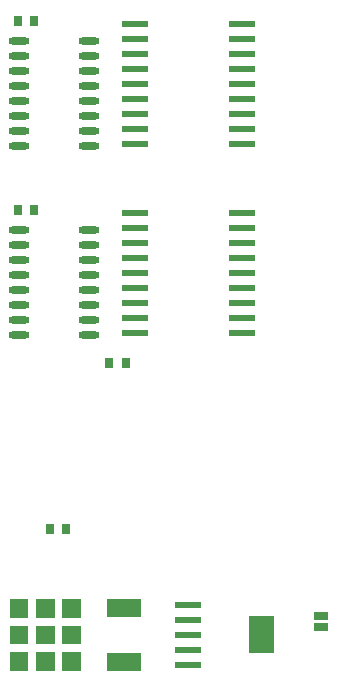
<source format=gbp>
G04*
G04 #@! TF.GenerationSoftware,Altium Limited,Altium Designer,20.0.2 (26)*
G04*
G04 Layer_Color=128*
%FSLAX25Y25*%
%MOIN*%
G70*
G01*
G75*
%ADD18O,0.07079X0.02362*%
%ADD20R,0.03150X0.03543*%
%ADD22R,0.03150X0.03543*%
%ADD68R,0.11811X0.06299*%
%ADD69R,0.08500X0.02400*%
%ADD70R,0.02400X0.08500*%
%ADD71R,0.05000X0.02500*%
%ADD72R,0.09100X0.02400*%
G36*
X81090Y70569D02*
X74869D01*
Y76790D01*
X81090D01*
Y70569D01*
D02*
G37*
G36*
X72310D02*
X66090D01*
Y76790D01*
X72310D01*
Y70569D01*
D02*
G37*
G36*
X63531D02*
X57310D01*
Y76790D01*
X63531D01*
Y70569D01*
D02*
G37*
G36*
X81090Y61790D02*
X74869D01*
Y68010D01*
X81090D01*
Y61790D01*
D02*
G37*
G36*
X72310D02*
X66090D01*
Y68010D01*
X72310D01*
Y61790D01*
D02*
G37*
G36*
X63531D02*
X57310D01*
Y68010D01*
X63531D01*
Y61790D01*
D02*
G37*
G36*
X145419Y58828D02*
X136919D01*
Y71228D01*
X145419D01*
Y58828D01*
D02*
G37*
G36*
X81090Y53010D02*
X74869D01*
Y59231D01*
X81090D01*
Y53010D01*
D02*
G37*
G36*
X72310D02*
X66090D01*
Y59231D01*
X72310D01*
Y53010D01*
D02*
G37*
G36*
X63531D02*
X57310D01*
Y59231D01*
X63531D01*
Y53010D01*
D02*
G37*
D18*
X60300Y165000D02*
D03*
Y170000D02*
D03*
Y175000D02*
D03*
Y180000D02*
D03*
Y185000D02*
D03*
Y190000D02*
D03*
Y195000D02*
D03*
Y200000D02*
D03*
X83700Y165000D02*
D03*
Y170000D02*
D03*
Y175000D02*
D03*
Y180000D02*
D03*
Y185000D02*
D03*
Y190000D02*
D03*
Y195000D02*
D03*
Y200000D02*
D03*
X60300Y228000D02*
D03*
Y233000D02*
D03*
Y238000D02*
D03*
Y243000D02*
D03*
Y248000D02*
D03*
Y253000D02*
D03*
Y258000D02*
D03*
Y263000D02*
D03*
X83700Y228000D02*
D03*
Y233000D02*
D03*
Y238000D02*
D03*
Y243000D02*
D03*
Y248000D02*
D03*
Y253000D02*
D03*
Y258000D02*
D03*
Y263000D02*
D03*
D20*
X90444Y155700D02*
D03*
X76156Y100100D02*
D03*
X65511Y206500D02*
D03*
X65500Y269500D02*
D03*
D22*
X95956Y155700D02*
D03*
X70644Y100100D02*
D03*
X60000Y206500D02*
D03*
X59989Y269500D02*
D03*
D68*
X95381Y55845D02*
D03*
Y73955D02*
D03*
D69*
X116686Y75028D02*
D03*
Y70028D02*
D03*
Y65028D02*
D03*
Y60028D02*
D03*
Y55028D02*
D03*
D70*
X140900Y65100D02*
D03*
D71*
X161200Y67600D02*
D03*
Y71200D02*
D03*
D72*
X99100Y165500D02*
D03*
Y170500D02*
D03*
Y175500D02*
D03*
Y180500D02*
D03*
Y185500D02*
D03*
Y190500D02*
D03*
Y195500D02*
D03*
Y200500D02*
D03*
Y205500D02*
D03*
X134900Y165500D02*
D03*
Y170500D02*
D03*
Y175500D02*
D03*
Y180500D02*
D03*
Y185500D02*
D03*
Y190500D02*
D03*
Y195500D02*
D03*
Y200500D02*
D03*
Y205500D02*
D03*
X99100Y228500D02*
D03*
Y233500D02*
D03*
Y238500D02*
D03*
Y243500D02*
D03*
Y248500D02*
D03*
Y253500D02*
D03*
Y258500D02*
D03*
Y263500D02*
D03*
Y268500D02*
D03*
X134900Y228500D02*
D03*
Y233500D02*
D03*
Y238500D02*
D03*
Y243500D02*
D03*
Y248500D02*
D03*
Y253500D02*
D03*
Y258500D02*
D03*
Y263500D02*
D03*
Y268500D02*
D03*
M02*

</source>
